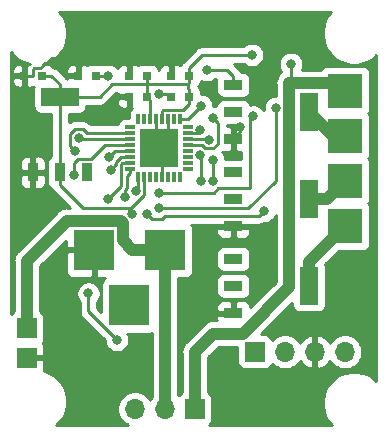
<source format=gbr>
G04 #@! TF.GenerationSoftware,KiCad,Pcbnew,(5.1.5)-3*
G04 #@! TF.CreationDate,2020-08-28T15:18:22-04:00*
G04 #@! TF.ProjectId,BikeLightComputerRev2,42696b65-4c69-4676-9874-436f6d707574,rev?*
G04 #@! TF.SameCoordinates,Original*
G04 #@! TF.FileFunction,Copper,L1,Top*
G04 #@! TF.FilePolarity,Positive*
%FSLAX46Y46*%
G04 Gerber Fmt 4.6, Leading zero omitted, Abs format (unit mm)*
G04 Created by KiCad (PCBNEW (5.1.5)-3) date 2020-08-28 15:18:22*
%MOMM*%
%LPD*%
G04 APERTURE LIST*
%ADD10R,3.250000X3.250000*%
%ADD11R,0.850000X0.300000*%
%ADD12R,0.300000X0.850000*%
%ADD13R,1.600000X3.200000*%
%ADD14R,1.600000X0.950000*%
%ADD15R,0.800000X0.750000*%
%ADD16R,3.200000X1.600000*%
%ADD17R,0.950000X1.600000*%
%ADD18R,1.700000X1.700000*%
%ADD19O,1.700000X1.700000*%
%ADD20R,3.000000X3.000000*%
%ADD21R,3.500000X3.500000*%
%ADD22C,0.800000*%
%ADD23C,1.000000*%
%ADD24C,0.250000*%
%ADD25C,0.254000*%
G04 APERTURE END LIST*
D10*
X156972000Y-72136000D03*
D11*
X159422000Y-70386000D03*
X159422000Y-70886000D03*
X159422000Y-71386000D03*
X159422000Y-71886000D03*
X159422000Y-72386000D03*
X159422000Y-72886000D03*
X159422000Y-73386000D03*
X159422000Y-73886000D03*
D12*
X158722000Y-74586000D03*
X158222000Y-74586000D03*
X157722000Y-74586000D03*
X157222000Y-74586000D03*
X156722000Y-74586000D03*
X156222000Y-74586000D03*
X155722000Y-74586000D03*
X155222000Y-74586000D03*
D11*
X154522000Y-73886000D03*
X154522000Y-73386000D03*
X154522000Y-72886000D03*
X154522000Y-72386000D03*
X154522000Y-71886000D03*
X154522000Y-71386000D03*
X154522000Y-70886000D03*
X154522000Y-70386000D03*
D12*
X155222000Y-69686000D03*
X155722000Y-69686000D03*
X156222000Y-69686000D03*
X156722000Y-69686000D03*
X157222000Y-69686000D03*
X157722000Y-69686000D03*
X158222000Y-69686000D03*
X158722000Y-69686000D03*
D13*
X169672000Y-69088000D03*
D14*
X163272000Y-71388000D03*
X163272000Y-69088000D03*
X163272000Y-66788000D03*
X163272000Y-74154000D03*
X163272000Y-76454000D03*
X163272000Y-78754000D03*
D13*
X169672000Y-76454000D03*
X169672000Y-83820000D03*
D14*
X163272000Y-86120000D03*
X163272000Y-83820000D03*
X163272000Y-81520000D03*
D15*
X154444000Y-67818000D03*
X155944000Y-67818000D03*
X154444000Y-66040000D03*
X155944000Y-66040000D03*
X158000000Y-66040000D03*
X159500000Y-66040000D03*
X159488000Y-67818000D03*
X157988000Y-67818000D03*
X150138000Y-66040000D03*
X151638000Y-66040000D03*
X145566000Y-66040000D03*
X147066000Y-66040000D03*
D16*
X148590000Y-67818000D03*
D17*
X150890000Y-74218000D03*
X148590000Y-74218000D03*
X146290000Y-74218000D03*
D18*
X145796000Y-87376000D03*
X145796000Y-89916000D03*
D19*
X172720000Y-89408000D03*
X170180000Y-89408000D03*
X167640000Y-89408000D03*
D18*
X165100000Y-89408000D03*
D20*
X172720000Y-67310000D03*
X172720000Y-71120000D03*
X172720000Y-74930000D03*
X172720000Y-78740000D03*
D19*
X154940000Y-94234000D03*
X157480000Y-94234000D03*
D18*
X160020000Y-94234000D03*
D21*
X154480000Y-85472000D03*
X151480000Y-80772000D03*
X157480000Y-80772000D03*
D22*
X156972000Y-72136000D03*
X153416000Y-67818000D03*
X156210000Y-64516000D03*
X147537010Y-70694654D03*
X156972000Y-67564000D03*
X163830000Y-70358000D03*
X165608000Y-81534000D03*
X164845992Y-64262000D03*
X153416004Y-88392000D03*
X154717141Y-77693601D03*
X151007660Y-84450340D03*
X150876000Y-74168000D03*
X152654000Y-66040000D03*
X168148000Y-65024000D03*
X152708440Y-72903336D03*
X161036000Y-65532000D03*
X163322000Y-74168000D03*
X152889699Y-74019479D03*
X163311530Y-81544470D03*
X160528000Y-68580000D03*
X161544000Y-74930000D03*
X161226017Y-71447747D03*
X161571571Y-73184832D03*
X160528000Y-74930000D03*
X160447002Y-72755729D03*
X160442581Y-70608696D03*
X154124551Y-76269191D03*
X165872011Y-77470000D03*
X155956000Y-77724000D03*
X155017376Y-75760057D03*
X156972000Y-75946000D03*
X164965690Y-69466991D03*
X161543993Y-69596007D03*
X152654000Y-76454000D03*
X157010001Y-77254001D03*
X166882351Y-68749418D03*
X149814998Y-74422000D03*
X150190626Y-71288054D03*
X149860000Y-72390000D03*
D23*
X171704000Y-71120000D02*
X172720000Y-71120000D01*
X169672000Y-69088000D02*
X171704000Y-71120000D01*
X171196000Y-76454000D02*
X172720000Y-74930000D01*
X169672000Y-76454000D02*
X171196000Y-76454000D01*
X169672000Y-81788000D02*
X172720000Y-78740000D01*
X169672000Y-83820000D02*
X169672000Y-81788000D01*
X157480000Y-83522000D02*
X157480000Y-94234000D01*
X157480000Y-80772000D02*
X157480000Y-83522000D01*
X145796000Y-85526000D02*
X145796000Y-87376000D01*
X153790001Y-78321999D02*
X149169999Y-78321999D01*
X153930001Y-78461999D02*
X153790001Y-78321999D01*
X154730000Y-80772000D02*
X153930001Y-79972001D01*
X157480000Y-80772000D02*
X154730000Y-80772000D01*
X153930001Y-79972001D02*
X153930001Y-78461999D01*
X149169999Y-78321999D02*
X145796000Y-81695998D01*
X145796000Y-81695998D02*
X145796000Y-85526000D01*
D24*
X157722000Y-71386000D02*
X156972000Y-72136000D01*
X157722000Y-69686000D02*
X157722000Y-71386000D01*
X156722000Y-71886000D02*
X156722000Y-69686000D01*
X156972000Y-72136000D02*
X156722000Y-71886000D01*
X157222000Y-72386000D02*
X157222000Y-74586000D01*
X156972000Y-72136000D02*
X157222000Y-72386000D01*
X153416000Y-67818000D02*
X154444000Y-67818000D01*
X156609999Y-64116001D02*
X157334001Y-64116001D01*
X156210000Y-64516000D02*
X156609999Y-64116001D01*
X158000000Y-64782000D02*
X158000000Y-66040000D01*
X157334001Y-64116001D02*
X158000000Y-64782000D01*
X156210000Y-64516000D02*
X154686000Y-64516000D01*
X154444000Y-64758000D02*
X154444000Y-66040000D01*
X154686000Y-64516000D02*
X154444000Y-64758000D01*
X146290000Y-74218000D02*
X146290000Y-71941664D01*
X146290000Y-71941664D02*
X147537010Y-70694654D01*
X163287839Y-71403839D02*
X163287839Y-71916161D01*
X163272000Y-71388000D02*
X163287839Y-71403839D01*
X163576000Y-71084000D02*
X163272000Y-71388000D01*
X151037000Y-64516000D02*
X150138000Y-65415000D01*
X150138000Y-65415000D02*
X150138000Y-66040000D01*
X156210000Y-64516000D02*
X151037000Y-64516000D01*
X146405999Y-65339999D02*
X146304000Y-65441998D01*
X146896255Y-65339999D02*
X146405999Y-65339999D01*
X156210000Y-64516000D02*
X147915639Y-64516000D01*
X147915639Y-64516000D02*
X146896255Y-65339999D01*
X146304000Y-65441998D02*
X146304000Y-66040000D01*
X157734000Y-67564000D02*
X157988000Y-67818000D01*
X156972000Y-67564000D02*
X157734000Y-67564000D01*
X146304000Y-66040000D02*
X145566000Y-66040000D01*
X163830000Y-70830000D02*
X163272000Y-71388000D01*
X163830000Y-70358000D02*
X163830000Y-70830000D01*
X147862000Y-66040000D02*
X147716000Y-66040000D01*
X147716000Y-66040000D02*
X147066000Y-66040000D01*
X148590000Y-66768000D02*
X147862000Y-66040000D01*
X148590000Y-67818000D02*
X148590000Y-66768000D01*
X155944000Y-66665000D02*
X155944000Y-66040000D01*
X155868999Y-66740001D02*
X155944000Y-66665000D01*
X155944000Y-66040000D02*
X155944000Y-67818000D01*
X159500000Y-66665000D02*
X159500000Y-66040000D01*
X159424999Y-66740001D02*
X159500000Y-66665000D01*
X155868999Y-66740001D02*
X159424999Y-66740001D01*
X156222000Y-68096000D02*
X156222000Y-69686000D01*
X155944000Y-67818000D02*
X156222000Y-68096000D01*
X157297001Y-68935999D02*
X157222000Y-69011000D01*
X158995001Y-68935999D02*
X157297001Y-68935999D01*
X159488000Y-68443000D02*
X158995001Y-68935999D01*
X159488000Y-67818000D02*
X159488000Y-68443000D01*
X157222000Y-69011000D02*
X157222000Y-69686000D01*
X148590000Y-67818000D02*
X148590000Y-74218000D01*
X155742377Y-76108058D02*
X155742377Y-75281377D01*
X148590000Y-74218000D02*
X148590000Y-75268000D01*
X148590000Y-75268000D02*
X150538000Y-77216000D01*
X155722000Y-75261000D02*
X155722000Y-74586000D01*
X155742377Y-75281377D02*
X155722000Y-75261000D01*
X154634435Y-77216000D02*
X155742377Y-76108058D01*
X148590000Y-67818000D02*
X151949002Y-67818000D01*
X151949002Y-67818000D02*
X153027001Y-66740001D01*
X153027001Y-66740001D02*
X155868999Y-66740001D01*
X150538000Y-77216000D02*
X154432000Y-77216000D01*
X154432000Y-77216000D02*
X154634435Y-77216000D01*
X159424999Y-67129999D02*
X159488000Y-67193000D01*
X159424999Y-66740001D02*
X159424999Y-67129999D01*
X159488000Y-67193000D02*
X159488000Y-67818000D01*
X164280307Y-64262000D02*
X164845992Y-64262000D01*
X159500000Y-66040000D02*
X159500000Y-65415000D01*
X160653000Y-64262000D02*
X164280307Y-64262000D01*
X159500000Y-65415000D02*
X160653000Y-64262000D01*
X154432000Y-77408460D02*
X154717141Y-77693601D01*
X154432000Y-77216000D02*
X154432000Y-77408460D01*
X153416004Y-88392000D02*
X151007660Y-85983656D01*
X151007660Y-85983656D02*
X151007660Y-84450340D01*
X150890000Y-74218000D02*
X150890000Y-74182000D01*
X150890000Y-74182000D02*
X150876000Y-74168000D01*
X152654000Y-66040000D02*
X151638000Y-66040000D01*
D23*
X167982352Y-66636352D02*
X167982352Y-83944650D01*
X164069003Y-87857999D02*
X161570001Y-87857999D01*
X172046352Y-66636352D02*
X167982352Y-66636352D01*
X172720000Y-67310000D02*
X172046352Y-66636352D01*
X167982352Y-83944650D02*
X164069003Y-87857999D01*
X161570001Y-87857999D02*
X160020000Y-89408000D01*
X160020000Y-89408000D02*
X160020000Y-94234000D01*
D24*
X168148000Y-66470704D02*
X167982352Y-66636352D01*
X168148000Y-65024000D02*
X168148000Y-66470704D01*
X154522000Y-72386000D02*
X153225776Y-72386000D01*
X153225776Y-72386000D02*
X152708440Y-72903336D01*
X162741000Y-65532000D02*
X161601685Y-65532000D01*
X163272000Y-66063000D02*
X162741000Y-65532000D01*
X161601685Y-65532000D02*
X161036000Y-65532000D01*
X163272000Y-66788000D02*
X163272000Y-66063000D01*
X163272000Y-74154000D02*
X163308000Y-74154000D01*
X163308000Y-74154000D02*
X163322000Y-74168000D01*
X153725587Y-72886000D02*
X153321988Y-73289599D01*
X153321988Y-73289599D02*
X153321988Y-73587190D01*
X153289698Y-73619480D02*
X152889699Y-74019479D01*
X154522000Y-72886000D02*
X153725587Y-72886000D01*
X153321988Y-73587190D02*
X153289698Y-73619480D01*
X163272000Y-81520000D02*
X163287060Y-81520000D01*
X163287060Y-81520000D02*
X163311530Y-81544470D01*
X158722000Y-69686000D02*
X159422000Y-69686000D01*
X159422000Y-69686000D02*
X160528000Y-68580000D01*
X161164270Y-71386000D02*
X161226017Y-71447747D01*
X161544000Y-73212403D02*
X161571571Y-73184832D01*
X161544000Y-74930000D02*
X161544000Y-73212403D01*
X159422000Y-71386000D02*
X161164270Y-71386000D01*
X160165277Y-70886000D02*
X160442581Y-70608696D01*
X160528000Y-74930000D02*
X160528000Y-72836727D01*
X160528000Y-72836727D02*
X160447002Y-72755729D01*
X159422000Y-70886000D02*
X160165277Y-70886000D01*
X154271988Y-74536012D02*
X154271988Y-75556069D01*
X154522000Y-74286000D02*
X154271988Y-74536012D01*
X154271988Y-75556069D02*
X154124551Y-75703506D01*
X154124551Y-75703506D02*
X154124551Y-76269191D01*
X154522000Y-73886000D02*
X154522000Y-74286000D01*
X157467005Y-77869999D02*
X157213005Y-78123999D01*
X156355999Y-78123999D02*
X155956000Y-77724000D01*
X165472012Y-77869999D02*
X157467005Y-77869999D01*
X157213005Y-78123999D02*
X156355999Y-78123999D01*
X165872011Y-77470000D02*
X165472012Y-77869999D01*
X155222000Y-74586000D02*
X155222000Y-75555433D01*
X155222000Y-75555433D02*
X155017376Y-75760057D01*
X162001003Y-75546001D02*
X164649989Y-75546001D01*
X164649989Y-75546001D02*
X164649989Y-69782692D01*
X161601004Y-75946000D02*
X162001003Y-75546001D01*
X164649989Y-69782692D02*
X164965690Y-69466991D01*
X156972000Y-75946000D02*
X161601004Y-75946000D01*
X161951018Y-71795748D02*
X161951018Y-70003032D01*
X161943992Y-69996006D02*
X161543993Y-69596007D01*
X159422000Y-71886000D02*
X160591268Y-71886000D01*
X161951018Y-70003032D02*
X161943992Y-69996006D01*
X161574018Y-72172748D02*
X161951018Y-71795748D01*
X160878016Y-72172748D02*
X161574018Y-72172748D01*
X160591268Y-71886000D02*
X160878016Y-72172748D01*
X153771999Y-75336001D02*
X153053999Y-76054001D01*
X153861998Y-73386000D02*
X153771999Y-73475999D01*
X154522000Y-73386000D02*
X153861998Y-73386000D01*
X153771999Y-73475999D02*
X153771999Y-75336001D01*
X153053999Y-76054001D02*
X152654000Y-76454000D01*
X164553999Y-77254001D02*
X166882351Y-74925649D01*
X166882351Y-74925649D02*
X166882351Y-69315103D01*
X166882351Y-69315103D02*
X166882351Y-68749418D01*
X157010001Y-77254001D02*
X164553999Y-77254001D01*
X150154999Y-73092999D02*
X151189001Y-73092999D01*
X149814998Y-74422000D02*
X149814998Y-73433000D01*
X149814998Y-73433000D02*
X150154999Y-73092999D01*
X152396000Y-71886000D02*
X154522000Y-71886000D01*
X151189001Y-73092999D02*
X152396000Y-71886000D01*
X150288572Y-71386000D02*
X150190626Y-71288054D01*
X154522000Y-71386000D02*
X150288572Y-71386000D01*
X150538627Y-70563053D02*
X149842625Y-70563053D01*
X149842625Y-70563053D02*
X149460001Y-70945677D01*
X150861574Y-70886000D02*
X150538627Y-70563053D01*
X149460001Y-70945677D02*
X149460001Y-71990001D01*
X154522000Y-70886000D02*
X150861574Y-70886000D01*
X149460001Y-71990001D02*
X149860000Y-72390000D01*
D25*
G36*
X171422852Y-60745904D02*
G01*
X171132735Y-61180095D01*
X170932899Y-61662542D01*
X170831024Y-62174705D01*
X170831024Y-62696901D01*
X170932899Y-63209064D01*
X171132735Y-63691511D01*
X171422852Y-64125702D01*
X171792101Y-64494951D01*
X172226292Y-64785068D01*
X172708739Y-64984904D01*
X173220902Y-65086779D01*
X173743098Y-65086779D01*
X174255261Y-64984904D01*
X174737708Y-64785068D01*
X175171899Y-64494951D01*
X175362000Y-64304850D01*
X175362001Y-91856954D01*
X175171899Y-91666852D01*
X174737708Y-91376735D01*
X174255261Y-91176899D01*
X173743098Y-91075024D01*
X173220902Y-91075024D01*
X172708739Y-91176899D01*
X172226292Y-91376735D01*
X171792101Y-91666852D01*
X171422852Y-92036101D01*
X171132735Y-92470292D01*
X170932899Y-92952739D01*
X170831024Y-93464902D01*
X170831024Y-93987098D01*
X170932899Y-94499261D01*
X171132735Y-94981708D01*
X171422852Y-95415899D01*
X171612953Y-95606000D01*
X161234896Y-95606000D01*
X161321185Y-95535185D01*
X161400537Y-95438494D01*
X161459502Y-95328180D01*
X161495812Y-95208482D01*
X161508072Y-95084000D01*
X161508072Y-93384000D01*
X161495812Y-93259518D01*
X161459502Y-93139820D01*
X161400537Y-93029506D01*
X161321185Y-92932815D01*
X161224494Y-92853463D01*
X161155000Y-92816317D01*
X161155000Y-89878131D01*
X162040133Y-88992999D01*
X163611928Y-88992999D01*
X163611928Y-90258000D01*
X163624188Y-90382482D01*
X163660498Y-90502180D01*
X163719463Y-90612494D01*
X163798815Y-90709185D01*
X163895506Y-90788537D01*
X164005820Y-90847502D01*
X164125518Y-90883812D01*
X164250000Y-90896072D01*
X165950000Y-90896072D01*
X166074482Y-90883812D01*
X166194180Y-90847502D01*
X166304494Y-90788537D01*
X166401185Y-90709185D01*
X166480537Y-90612494D01*
X166539502Y-90502180D01*
X166561513Y-90429620D01*
X166693368Y-90561475D01*
X166936589Y-90723990D01*
X167206842Y-90835932D01*
X167493740Y-90893000D01*
X167786260Y-90893000D01*
X168073158Y-90835932D01*
X168343411Y-90723990D01*
X168586632Y-90561475D01*
X168793475Y-90354632D01*
X168915195Y-90172466D01*
X168984822Y-90289355D01*
X169179731Y-90505588D01*
X169413080Y-90679641D01*
X169675901Y-90804825D01*
X169823110Y-90849476D01*
X170053000Y-90728155D01*
X170053000Y-89535000D01*
X170033000Y-89535000D01*
X170033000Y-89281000D01*
X170053000Y-89281000D01*
X170053000Y-88087845D01*
X170307000Y-88087845D01*
X170307000Y-89281000D01*
X170327000Y-89281000D01*
X170327000Y-89535000D01*
X170307000Y-89535000D01*
X170307000Y-90728155D01*
X170536890Y-90849476D01*
X170684099Y-90804825D01*
X170946920Y-90679641D01*
X171180269Y-90505588D01*
X171375178Y-90289355D01*
X171444805Y-90172466D01*
X171566525Y-90354632D01*
X171773368Y-90561475D01*
X172016589Y-90723990D01*
X172286842Y-90835932D01*
X172573740Y-90893000D01*
X172866260Y-90893000D01*
X173153158Y-90835932D01*
X173423411Y-90723990D01*
X173666632Y-90561475D01*
X173873475Y-90354632D01*
X174035990Y-90111411D01*
X174147932Y-89841158D01*
X174205000Y-89554260D01*
X174205000Y-89261740D01*
X174147932Y-88974842D01*
X174035990Y-88704589D01*
X173873475Y-88461368D01*
X173666632Y-88254525D01*
X173423411Y-88092010D01*
X173153158Y-87980068D01*
X172866260Y-87923000D01*
X172573740Y-87923000D01*
X172286842Y-87980068D01*
X172016589Y-88092010D01*
X171773368Y-88254525D01*
X171566525Y-88461368D01*
X171444805Y-88643534D01*
X171375178Y-88526645D01*
X171180269Y-88310412D01*
X170946920Y-88136359D01*
X170684099Y-88011175D01*
X170536890Y-87966524D01*
X170307000Y-88087845D01*
X170053000Y-88087845D01*
X169823110Y-87966524D01*
X169675901Y-88011175D01*
X169413080Y-88136359D01*
X169179731Y-88310412D01*
X168984822Y-88526645D01*
X168915195Y-88643534D01*
X168793475Y-88461368D01*
X168586632Y-88254525D01*
X168343411Y-88092010D01*
X168073158Y-87980068D01*
X167786260Y-87923000D01*
X167493740Y-87923000D01*
X167206842Y-87980068D01*
X166936589Y-88092010D01*
X166693368Y-88254525D01*
X166561513Y-88386380D01*
X166539502Y-88313820D01*
X166480537Y-88203506D01*
X166401185Y-88106815D01*
X166304494Y-88027463D01*
X166194180Y-87968498D01*
X166074482Y-87932188D01*
X165950000Y-87919928D01*
X165612205Y-87919928D01*
X168233928Y-85298206D01*
X168233928Y-85420000D01*
X168246188Y-85544482D01*
X168282498Y-85664180D01*
X168341463Y-85774494D01*
X168420815Y-85871185D01*
X168517506Y-85950537D01*
X168627820Y-86009502D01*
X168747518Y-86045812D01*
X168872000Y-86058072D01*
X170472000Y-86058072D01*
X170596482Y-86045812D01*
X170716180Y-86009502D01*
X170826494Y-85950537D01*
X170923185Y-85871185D01*
X171002537Y-85774494D01*
X171061502Y-85664180D01*
X171097812Y-85544482D01*
X171110072Y-85420000D01*
X171110072Y-82220000D01*
X171097812Y-82095518D01*
X171067974Y-81997157D01*
X172187060Y-80878072D01*
X174220000Y-80878072D01*
X174344482Y-80865812D01*
X174464180Y-80829502D01*
X174574494Y-80770537D01*
X174671185Y-80691185D01*
X174750537Y-80594494D01*
X174809502Y-80484180D01*
X174845812Y-80364482D01*
X174858072Y-80240000D01*
X174858072Y-77240000D01*
X174845812Y-77115518D01*
X174809502Y-76995820D01*
X174750537Y-76885506D01*
X174709088Y-76835000D01*
X174750537Y-76784494D01*
X174809502Y-76674180D01*
X174845812Y-76554482D01*
X174858072Y-76430000D01*
X174858072Y-73430000D01*
X174845812Y-73305518D01*
X174809502Y-73185820D01*
X174750537Y-73075506D01*
X174709088Y-73025000D01*
X174750537Y-72974494D01*
X174809502Y-72864180D01*
X174845812Y-72744482D01*
X174858072Y-72620000D01*
X174858072Y-69620000D01*
X174845812Y-69495518D01*
X174809502Y-69375820D01*
X174750537Y-69265506D01*
X174709088Y-69215000D01*
X174750537Y-69164494D01*
X174809502Y-69054180D01*
X174845812Y-68934482D01*
X174858072Y-68810000D01*
X174858072Y-65810000D01*
X174845812Y-65685518D01*
X174809502Y-65565820D01*
X174750537Y-65455506D01*
X174671185Y-65358815D01*
X174574494Y-65279463D01*
X174464180Y-65220498D01*
X174344482Y-65184188D01*
X174220000Y-65171928D01*
X171220000Y-65171928D01*
X171095518Y-65184188D01*
X170975820Y-65220498D01*
X170865506Y-65279463D01*
X170768815Y-65358815D01*
X170689463Y-65455506D01*
X170664957Y-65501352D01*
X169070550Y-65501352D01*
X169143226Y-65325898D01*
X169183000Y-65125939D01*
X169183000Y-64922061D01*
X169143226Y-64722102D01*
X169065205Y-64533744D01*
X168951937Y-64364226D01*
X168807774Y-64220063D01*
X168638256Y-64106795D01*
X168449898Y-64028774D01*
X168249939Y-63989000D01*
X168046061Y-63989000D01*
X167846102Y-64028774D01*
X167657744Y-64106795D01*
X167488226Y-64220063D01*
X167344063Y-64364226D01*
X167230795Y-64533744D01*
X167152774Y-64722102D01*
X167113000Y-64922061D01*
X167113000Y-65125939D01*
X167152774Y-65325898D01*
X167230795Y-65514256D01*
X167344063Y-65683774D01*
X167348525Y-65688236D01*
X167175903Y-65829903D01*
X167034068Y-66002729D01*
X166928676Y-66199905D01*
X166863775Y-66413853D01*
X166841861Y-66636352D01*
X166847352Y-66692104D01*
X166847352Y-67714418D01*
X166780412Y-67714418D01*
X166580453Y-67754192D01*
X166392095Y-67832213D01*
X166222577Y-67945481D01*
X166078414Y-68089644D01*
X165965146Y-68259162D01*
X165887125Y-68447520D01*
X165847351Y-68647479D01*
X165847351Y-68851357D01*
X165867795Y-68954136D01*
X165769627Y-68807217D01*
X165625464Y-68663054D01*
X165455946Y-68549786D01*
X165267588Y-68471765D01*
X165067629Y-68431991D01*
X164863751Y-68431991D01*
X164691083Y-68466336D01*
X164661502Y-68368820D01*
X164602537Y-68258506D01*
X164523185Y-68161815D01*
X164426494Y-68082463D01*
X164316180Y-68023498D01*
X164196482Y-67987188D01*
X164072000Y-67974928D01*
X162472000Y-67974928D01*
X162347518Y-67987188D01*
X162227820Y-68023498D01*
X162117506Y-68082463D01*
X162020815Y-68161815D01*
X161941463Y-68258506D01*
X161882498Y-68368820D01*
X161846188Y-68488518D01*
X161835338Y-68598682D01*
X161645932Y-68561007D01*
X161563000Y-68561007D01*
X161563000Y-68478061D01*
X161523226Y-68278102D01*
X161445205Y-68089744D01*
X161331937Y-67920226D01*
X161187774Y-67776063D01*
X161018256Y-67662795D01*
X160829898Y-67584774D01*
X160629939Y-67545000D01*
X160526072Y-67545000D01*
X160526072Y-67443000D01*
X160513812Y-67318518D01*
X160477502Y-67198820D01*
X160418537Y-67088506D01*
X160339185Y-66991815D01*
X160268644Y-66933924D01*
X160351185Y-66866185D01*
X160430537Y-66769494D01*
X160489502Y-66659180D01*
X160525812Y-66539482D01*
X160535385Y-66442283D01*
X160545744Y-66449205D01*
X160734102Y-66527226D01*
X160934061Y-66567000D01*
X161137939Y-66567000D01*
X161337898Y-66527226D01*
X161526256Y-66449205D01*
X161695774Y-66335937D01*
X161739711Y-66292000D01*
X161835996Y-66292000D01*
X161833928Y-66313000D01*
X161833928Y-67263000D01*
X161846188Y-67387482D01*
X161882498Y-67507180D01*
X161941463Y-67617494D01*
X162020815Y-67714185D01*
X162117506Y-67793537D01*
X162227820Y-67852502D01*
X162347518Y-67888812D01*
X162472000Y-67901072D01*
X164072000Y-67901072D01*
X164196482Y-67888812D01*
X164316180Y-67852502D01*
X164426494Y-67793537D01*
X164523185Y-67714185D01*
X164602537Y-67617494D01*
X164661502Y-67507180D01*
X164697812Y-67387482D01*
X164710072Y-67263000D01*
X164710072Y-66313000D01*
X164697812Y-66188518D01*
X164661502Y-66068820D01*
X164602537Y-65958506D01*
X164523185Y-65861815D01*
X164426494Y-65782463D01*
X164316180Y-65723498D01*
X164196482Y-65687188D01*
X164072000Y-65674928D01*
X163926326Y-65674928D01*
X163906974Y-65638724D01*
X163860977Y-65582676D01*
X163835799Y-65551996D01*
X163835795Y-65551992D01*
X163812001Y-65522999D01*
X163783007Y-65499205D01*
X163305801Y-65022000D01*
X164142281Y-65022000D01*
X164186218Y-65065937D01*
X164355736Y-65179205D01*
X164544094Y-65257226D01*
X164744053Y-65297000D01*
X164947931Y-65297000D01*
X165147890Y-65257226D01*
X165336248Y-65179205D01*
X165505766Y-65065937D01*
X165649929Y-64921774D01*
X165763197Y-64752256D01*
X165841218Y-64563898D01*
X165880992Y-64363939D01*
X165880992Y-64160061D01*
X165841218Y-63960102D01*
X165763197Y-63771744D01*
X165649929Y-63602226D01*
X165505766Y-63458063D01*
X165336248Y-63344795D01*
X165147890Y-63266774D01*
X164947931Y-63227000D01*
X164744053Y-63227000D01*
X164544094Y-63266774D01*
X164355736Y-63344795D01*
X164186218Y-63458063D01*
X164142281Y-63502000D01*
X160690322Y-63502000D01*
X160652999Y-63498324D01*
X160615676Y-63502000D01*
X160615667Y-63502000D01*
X160504014Y-63512997D01*
X160360753Y-63556454D01*
X160228724Y-63627026D01*
X160112999Y-63721999D01*
X160089201Y-63750997D01*
X158988998Y-64851201D01*
X158960000Y-64874999D01*
X158936202Y-64903997D01*
X158936201Y-64903998D01*
X158865026Y-64990724D01*
X158824824Y-65065937D01*
X158805270Y-65102518D01*
X158750000Y-65132061D01*
X158644180Y-65075498D01*
X158524482Y-65039188D01*
X158400000Y-65026928D01*
X158285750Y-65030000D01*
X158127000Y-65188750D01*
X158127000Y-65913000D01*
X158147000Y-65913000D01*
X158147000Y-65980001D01*
X157853000Y-65980001D01*
X157853000Y-65913000D01*
X157873000Y-65913000D01*
X157873000Y-65188750D01*
X157714250Y-65030000D01*
X157600000Y-65026928D01*
X157475518Y-65039188D01*
X157355820Y-65075498D01*
X157245506Y-65134463D01*
X157148815Y-65213815D01*
X157069463Y-65310506D01*
X157010498Y-65420820D01*
X156974188Y-65540518D01*
X156972000Y-65562734D01*
X156969812Y-65540518D01*
X156933502Y-65420820D01*
X156874537Y-65310506D01*
X156795185Y-65213815D01*
X156698494Y-65134463D01*
X156588180Y-65075498D01*
X156468482Y-65039188D01*
X156344000Y-65026928D01*
X155544000Y-65026928D01*
X155419518Y-65039188D01*
X155299820Y-65075498D01*
X155194000Y-65132061D01*
X155088180Y-65075498D01*
X154968482Y-65039188D01*
X154844000Y-65026928D01*
X154729750Y-65030000D01*
X154571000Y-65188750D01*
X154571000Y-65913000D01*
X154591000Y-65913000D01*
X154591000Y-65980001D01*
X154297000Y-65980001D01*
X154297000Y-65913000D01*
X154317000Y-65913000D01*
X154317000Y-65188750D01*
X154158250Y-65030000D01*
X154044000Y-65026928D01*
X153919518Y-65039188D01*
X153799820Y-65075498D01*
X153689506Y-65134463D01*
X153592815Y-65213815D01*
X153513463Y-65310506D01*
X153468081Y-65395408D01*
X153457937Y-65380226D01*
X153313774Y-65236063D01*
X153144256Y-65122795D01*
X152955898Y-65044774D01*
X152755939Y-65005000D01*
X152552061Y-65005000D01*
X152352102Y-65044774D01*
X152279726Y-65074753D01*
X152162482Y-65039188D01*
X152038000Y-65026928D01*
X151238000Y-65026928D01*
X151113518Y-65039188D01*
X150993820Y-65075498D01*
X150888000Y-65132061D01*
X150782180Y-65075498D01*
X150662482Y-65039188D01*
X150538000Y-65026928D01*
X150423750Y-65030000D01*
X150265000Y-65188750D01*
X150265000Y-65913000D01*
X150285000Y-65913000D01*
X150285000Y-66167000D01*
X150265000Y-66167000D01*
X150265000Y-66187000D01*
X150011000Y-66187000D01*
X150011000Y-66167000D01*
X149261750Y-66167000D01*
X149161892Y-66266858D01*
X149153799Y-66256996D01*
X149153795Y-66256992D01*
X149130001Y-66227999D01*
X149101008Y-66204205D01*
X148561802Y-65665000D01*
X149099928Y-65665000D01*
X149103000Y-65754250D01*
X149261750Y-65913000D01*
X150011000Y-65913000D01*
X150011000Y-65188750D01*
X149852250Y-65030000D01*
X149738000Y-65026928D01*
X149613518Y-65039188D01*
X149493820Y-65075498D01*
X149383506Y-65134463D01*
X149286815Y-65213815D01*
X149207463Y-65310506D01*
X149148498Y-65420820D01*
X149112188Y-65540518D01*
X149099928Y-65665000D01*
X148561802Y-65665000D01*
X148425803Y-65529002D01*
X148402001Y-65499999D01*
X148286276Y-65405026D01*
X148154247Y-65334454D01*
X148010986Y-65290997D01*
X147977848Y-65287733D01*
X147917185Y-65213815D01*
X147820494Y-65134463D01*
X147710180Y-65075498D01*
X147590482Y-65039188D01*
X147466000Y-65026928D01*
X147119991Y-65026928D01*
X147331261Y-64984904D01*
X147813708Y-64785068D01*
X148247899Y-64494951D01*
X148617148Y-64125702D01*
X148907265Y-63691511D01*
X149107101Y-63209064D01*
X149208976Y-62696901D01*
X149208976Y-62174705D01*
X149107101Y-61662542D01*
X148907265Y-61180095D01*
X148617148Y-60745904D01*
X148475244Y-60604000D01*
X171564756Y-60604000D01*
X171422852Y-60745904D01*
G37*
X171422852Y-60745904D02*
X171132735Y-61180095D01*
X170932899Y-61662542D01*
X170831024Y-62174705D01*
X170831024Y-62696901D01*
X170932899Y-63209064D01*
X171132735Y-63691511D01*
X171422852Y-64125702D01*
X171792101Y-64494951D01*
X172226292Y-64785068D01*
X172708739Y-64984904D01*
X173220902Y-65086779D01*
X173743098Y-65086779D01*
X174255261Y-64984904D01*
X174737708Y-64785068D01*
X175171899Y-64494951D01*
X175362000Y-64304850D01*
X175362001Y-91856954D01*
X175171899Y-91666852D01*
X174737708Y-91376735D01*
X174255261Y-91176899D01*
X173743098Y-91075024D01*
X173220902Y-91075024D01*
X172708739Y-91176899D01*
X172226292Y-91376735D01*
X171792101Y-91666852D01*
X171422852Y-92036101D01*
X171132735Y-92470292D01*
X170932899Y-92952739D01*
X170831024Y-93464902D01*
X170831024Y-93987098D01*
X170932899Y-94499261D01*
X171132735Y-94981708D01*
X171422852Y-95415899D01*
X171612953Y-95606000D01*
X161234896Y-95606000D01*
X161321185Y-95535185D01*
X161400537Y-95438494D01*
X161459502Y-95328180D01*
X161495812Y-95208482D01*
X161508072Y-95084000D01*
X161508072Y-93384000D01*
X161495812Y-93259518D01*
X161459502Y-93139820D01*
X161400537Y-93029506D01*
X161321185Y-92932815D01*
X161224494Y-92853463D01*
X161155000Y-92816317D01*
X161155000Y-89878131D01*
X162040133Y-88992999D01*
X163611928Y-88992999D01*
X163611928Y-90258000D01*
X163624188Y-90382482D01*
X163660498Y-90502180D01*
X163719463Y-90612494D01*
X163798815Y-90709185D01*
X163895506Y-90788537D01*
X164005820Y-90847502D01*
X164125518Y-90883812D01*
X164250000Y-90896072D01*
X165950000Y-90896072D01*
X166074482Y-90883812D01*
X166194180Y-90847502D01*
X166304494Y-90788537D01*
X166401185Y-90709185D01*
X166480537Y-90612494D01*
X166539502Y-90502180D01*
X166561513Y-90429620D01*
X166693368Y-90561475D01*
X166936589Y-90723990D01*
X167206842Y-90835932D01*
X167493740Y-90893000D01*
X167786260Y-90893000D01*
X168073158Y-90835932D01*
X168343411Y-90723990D01*
X168586632Y-90561475D01*
X168793475Y-90354632D01*
X168915195Y-90172466D01*
X168984822Y-90289355D01*
X169179731Y-90505588D01*
X169413080Y-90679641D01*
X169675901Y-90804825D01*
X169823110Y-90849476D01*
X170053000Y-90728155D01*
X170053000Y-89535000D01*
X170033000Y-89535000D01*
X170033000Y-89281000D01*
X170053000Y-89281000D01*
X170053000Y-88087845D01*
X170307000Y-88087845D01*
X170307000Y-89281000D01*
X170327000Y-89281000D01*
X170327000Y-89535000D01*
X170307000Y-89535000D01*
X170307000Y-90728155D01*
X170536890Y-90849476D01*
X170684099Y-90804825D01*
X170946920Y-90679641D01*
X171180269Y-90505588D01*
X171375178Y-90289355D01*
X171444805Y-90172466D01*
X171566525Y-90354632D01*
X171773368Y-90561475D01*
X172016589Y-90723990D01*
X172286842Y-90835932D01*
X172573740Y-90893000D01*
X172866260Y-90893000D01*
X173153158Y-90835932D01*
X173423411Y-90723990D01*
X173666632Y-90561475D01*
X173873475Y-90354632D01*
X174035990Y-90111411D01*
X174147932Y-89841158D01*
X174205000Y-89554260D01*
X174205000Y-89261740D01*
X174147932Y-88974842D01*
X174035990Y-88704589D01*
X173873475Y-88461368D01*
X173666632Y-88254525D01*
X173423411Y-88092010D01*
X173153158Y-87980068D01*
X172866260Y-87923000D01*
X172573740Y-87923000D01*
X172286842Y-87980068D01*
X172016589Y-88092010D01*
X171773368Y-88254525D01*
X171566525Y-88461368D01*
X171444805Y-88643534D01*
X171375178Y-88526645D01*
X171180269Y-88310412D01*
X170946920Y-88136359D01*
X170684099Y-88011175D01*
X170536890Y-87966524D01*
X170307000Y-88087845D01*
X170053000Y-88087845D01*
X169823110Y-87966524D01*
X169675901Y-88011175D01*
X169413080Y-88136359D01*
X169179731Y-88310412D01*
X168984822Y-88526645D01*
X168915195Y-88643534D01*
X168793475Y-88461368D01*
X168586632Y-88254525D01*
X168343411Y-88092010D01*
X168073158Y-87980068D01*
X167786260Y-87923000D01*
X167493740Y-87923000D01*
X167206842Y-87980068D01*
X166936589Y-88092010D01*
X166693368Y-88254525D01*
X166561513Y-88386380D01*
X166539502Y-88313820D01*
X166480537Y-88203506D01*
X166401185Y-88106815D01*
X166304494Y-88027463D01*
X166194180Y-87968498D01*
X166074482Y-87932188D01*
X165950000Y-87919928D01*
X165612205Y-87919928D01*
X168233928Y-85298206D01*
X168233928Y-85420000D01*
X168246188Y-85544482D01*
X168282498Y-85664180D01*
X168341463Y-85774494D01*
X168420815Y-85871185D01*
X168517506Y-85950537D01*
X168627820Y-86009502D01*
X168747518Y-86045812D01*
X168872000Y-86058072D01*
X170472000Y-86058072D01*
X170596482Y-86045812D01*
X170716180Y-86009502D01*
X170826494Y-85950537D01*
X170923185Y-85871185D01*
X171002537Y-85774494D01*
X171061502Y-85664180D01*
X171097812Y-85544482D01*
X171110072Y-85420000D01*
X171110072Y-82220000D01*
X171097812Y-82095518D01*
X171067974Y-81997157D01*
X172187060Y-80878072D01*
X174220000Y-80878072D01*
X174344482Y-80865812D01*
X174464180Y-80829502D01*
X174574494Y-80770537D01*
X174671185Y-80691185D01*
X174750537Y-80594494D01*
X174809502Y-80484180D01*
X174845812Y-80364482D01*
X174858072Y-80240000D01*
X174858072Y-77240000D01*
X174845812Y-77115518D01*
X174809502Y-76995820D01*
X174750537Y-76885506D01*
X174709088Y-76835000D01*
X174750537Y-76784494D01*
X174809502Y-76674180D01*
X174845812Y-76554482D01*
X174858072Y-76430000D01*
X174858072Y-73430000D01*
X174845812Y-73305518D01*
X174809502Y-73185820D01*
X174750537Y-73075506D01*
X174709088Y-73025000D01*
X174750537Y-72974494D01*
X174809502Y-72864180D01*
X174845812Y-72744482D01*
X174858072Y-72620000D01*
X174858072Y-69620000D01*
X174845812Y-69495518D01*
X174809502Y-69375820D01*
X174750537Y-69265506D01*
X174709088Y-69215000D01*
X174750537Y-69164494D01*
X174809502Y-69054180D01*
X174845812Y-68934482D01*
X174858072Y-68810000D01*
X174858072Y-65810000D01*
X174845812Y-65685518D01*
X174809502Y-65565820D01*
X174750537Y-65455506D01*
X174671185Y-65358815D01*
X174574494Y-65279463D01*
X174464180Y-65220498D01*
X174344482Y-65184188D01*
X174220000Y-65171928D01*
X171220000Y-65171928D01*
X171095518Y-65184188D01*
X170975820Y-65220498D01*
X170865506Y-65279463D01*
X170768815Y-65358815D01*
X170689463Y-65455506D01*
X170664957Y-65501352D01*
X169070550Y-65501352D01*
X169143226Y-65325898D01*
X169183000Y-65125939D01*
X169183000Y-64922061D01*
X169143226Y-64722102D01*
X169065205Y-64533744D01*
X168951937Y-64364226D01*
X168807774Y-64220063D01*
X168638256Y-64106795D01*
X168449898Y-64028774D01*
X168249939Y-63989000D01*
X168046061Y-63989000D01*
X167846102Y-64028774D01*
X167657744Y-64106795D01*
X167488226Y-64220063D01*
X167344063Y-64364226D01*
X167230795Y-64533744D01*
X167152774Y-64722102D01*
X167113000Y-64922061D01*
X167113000Y-65125939D01*
X167152774Y-65325898D01*
X167230795Y-65514256D01*
X167344063Y-65683774D01*
X167348525Y-65688236D01*
X167175903Y-65829903D01*
X167034068Y-66002729D01*
X166928676Y-66199905D01*
X166863775Y-66413853D01*
X166841861Y-66636352D01*
X166847352Y-66692104D01*
X166847352Y-67714418D01*
X166780412Y-67714418D01*
X166580453Y-67754192D01*
X166392095Y-67832213D01*
X166222577Y-67945481D01*
X166078414Y-68089644D01*
X165965146Y-68259162D01*
X165887125Y-68447520D01*
X165847351Y-68647479D01*
X165847351Y-68851357D01*
X165867795Y-68954136D01*
X165769627Y-68807217D01*
X165625464Y-68663054D01*
X165455946Y-68549786D01*
X165267588Y-68471765D01*
X165067629Y-68431991D01*
X164863751Y-68431991D01*
X164691083Y-68466336D01*
X164661502Y-68368820D01*
X164602537Y-68258506D01*
X164523185Y-68161815D01*
X164426494Y-68082463D01*
X164316180Y-68023498D01*
X164196482Y-67987188D01*
X164072000Y-67974928D01*
X162472000Y-67974928D01*
X162347518Y-67987188D01*
X162227820Y-68023498D01*
X162117506Y-68082463D01*
X162020815Y-68161815D01*
X161941463Y-68258506D01*
X161882498Y-68368820D01*
X161846188Y-68488518D01*
X161835338Y-68598682D01*
X161645932Y-68561007D01*
X161563000Y-68561007D01*
X161563000Y-68478061D01*
X161523226Y-68278102D01*
X161445205Y-68089744D01*
X161331937Y-67920226D01*
X161187774Y-67776063D01*
X161018256Y-67662795D01*
X160829898Y-67584774D01*
X160629939Y-67545000D01*
X160526072Y-67545000D01*
X160526072Y-67443000D01*
X160513812Y-67318518D01*
X160477502Y-67198820D01*
X160418537Y-67088506D01*
X160339185Y-66991815D01*
X160268644Y-66933924D01*
X160351185Y-66866185D01*
X160430537Y-66769494D01*
X160489502Y-66659180D01*
X160525812Y-66539482D01*
X160535385Y-66442283D01*
X160545744Y-66449205D01*
X160734102Y-66527226D01*
X160934061Y-66567000D01*
X161137939Y-66567000D01*
X161337898Y-66527226D01*
X161526256Y-66449205D01*
X161695774Y-66335937D01*
X161739711Y-66292000D01*
X161835996Y-66292000D01*
X161833928Y-66313000D01*
X161833928Y-67263000D01*
X161846188Y-67387482D01*
X161882498Y-67507180D01*
X161941463Y-67617494D01*
X162020815Y-67714185D01*
X162117506Y-67793537D01*
X162227820Y-67852502D01*
X162347518Y-67888812D01*
X162472000Y-67901072D01*
X164072000Y-67901072D01*
X164196482Y-67888812D01*
X164316180Y-67852502D01*
X164426494Y-67793537D01*
X164523185Y-67714185D01*
X164602537Y-67617494D01*
X164661502Y-67507180D01*
X164697812Y-67387482D01*
X164710072Y-67263000D01*
X164710072Y-66313000D01*
X164697812Y-66188518D01*
X164661502Y-66068820D01*
X164602537Y-65958506D01*
X164523185Y-65861815D01*
X164426494Y-65782463D01*
X164316180Y-65723498D01*
X164196482Y-65687188D01*
X164072000Y-65674928D01*
X163926326Y-65674928D01*
X163906974Y-65638724D01*
X163860977Y-65582676D01*
X163835799Y-65551996D01*
X163835795Y-65551992D01*
X163812001Y-65522999D01*
X163783007Y-65499205D01*
X163305801Y-65022000D01*
X164142281Y-65022000D01*
X164186218Y-65065937D01*
X164355736Y-65179205D01*
X164544094Y-65257226D01*
X164744053Y-65297000D01*
X164947931Y-65297000D01*
X165147890Y-65257226D01*
X165336248Y-65179205D01*
X165505766Y-65065937D01*
X165649929Y-64921774D01*
X165763197Y-64752256D01*
X165841218Y-64563898D01*
X165880992Y-64363939D01*
X165880992Y-64160061D01*
X165841218Y-63960102D01*
X165763197Y-63771744D01*
X165649929Y-63602226D01*
X165505766Y-63458063D01*
X165336248Y-63344795D01*
X165147890Y-63266774D01*
X164947931Y-63227000D01*
X164744053Y-63227000D01*
X164544094Y-63266774D01*
X164355736Y-63344795D01*
X164186218Y-63458063D01*
X164142281Y-63502000D01*
X160690322Y-63502000D01*
X160652999Y-63498324D01*
X160615676Y-63502000D01*
X160615667Y-63502000D01*
X160504014Y-63512997D01*
X160360753Y-63556454D01*
X160228724Y-63627026D01*
X160112999Y-63721999D01*
X160089201Y-63750997D01*
X158988998Y-64851201D01*
X158960000Y-64874999D01*
X158936202Y-64903997D01*
X158936201Y-64903998D01*
X158865026Y-64990724D01*
X158824824Y-65065937D01*
X158805270Y-65102518D01*
X158750000Y-65132061D01*
X158644180Y-65075498D01*
X158524482Y-65039188D01*
X158400000Y-65026928D01*
X158285750Y-65030000D01*
X158127000Y-65188750D01*
X158127000Y-65913000D01*
X158147000Y-65913000D01*
X158147000Y-65980001D01*
X157853000Y-65980001D01*
X157853000Y-65913000D01*
X157873000Y-65913000D01*
X157873000Y-65188750D01*
X157714250Y-65030000D01*
X157600000Y-65026928D01*
X157475518Y-65039188D01*
X157355820Y-65075498D01*
X157245506Y-65134463D01*
X157148815Y-65213815D01*
X157069463Y-65310506D01*
X157010498Y-65420820D01*
X156974188Y-65540518D01*
X156972000Y-65562734D01*
X156969812Y-65540518D01*
X156933502Y-65420820D01*
X156874537Y-65310506D01*
X156795185Y-65213815D01*
X156698494Y-65134463D01*
X156588180Y-65075498D01*
X156468482Y-65039188D01*
X156344000Y-65026928D01*
X155544000Y-65026928D01*
X155419518Y-65039188D01*
X155299820Y-65075498D01*
X155194000Y-65132061D01*
X155088180Y-65075498D01*
X154968482Y-65039188D01*
X154844000Y-65026928D01*
X154729750Y-65030000D01*
X154571000Y-65188750D01*
X154571000Y-65913000D01*
X154591000Y-65913000D01*
X154591000Y-65980001D01*
X154297000Y-65980001D01*
X154297000Y-65913000D01*
X154317000Y-65913000D01*
X154317000Y-65188750D01*
X154158250Y-65030000D01*
X154044000Y-65026928D01*
X153919518Y-65039188D01*
X153799820Y-65075498D01*
X153689506Y-65134463D01*
X153592815Y-65213815D01*
X153513463Y-65310506D01*
X153468081Y-65395408D01*
X153457937Y-65380226D01*
X153313774Y-65236063D01*
X153144256Y-65122795D01*
X152955898Y-65044774D01*
X152755939Y-65005000D01*
X152552061Y-65005000D01*
X152352102Y-65044774D01*
X152279726Y-65074753D01*
X152162482Y-65039188D01*
X152038000Y-65026928D01*
X151238000Y-65026928D01*
X151113518Y-65039188D01*
X150993820Y-65075498D01*
X150888000Y-65132061D01*
X150782180Y-65075498D01*
X150662482Y-65039188D01*
X150538000Y-65026928D01*
X150423750Y-65030000D01*
X150265000Y-65188750D01*
X150265000Y-65913000D01*
X150285000Y-65913000D01*
X150285000Y-66167000D01*
X150265000Y-66167000D01*
X150265000Y-66187000D01*
X150011000Y-66187000D01*
X150011000Y-66167000D01*
X149261750Y-66167000D01*
X149161892Y-66266858D01*
X149153799Y-66256996D01*
X149153795Y-66256992D01*
X149130001Y-66227999D01*
X149101008Y-66204205D01*
X148561802Y-65665000D01*
X149099928Y-65665000D01*
X149103000Y-65754250D01*
X149261750Y-65913000D01*
X150011000Y-65913000D01*
X150011000Y-65188750D01*
X149852250Y-65030000D01*
X149738000Y-65026928D01*
X149613518Y-65039188D01*
X149493820Y-65075498D01*
X149383506Y-65134463D01*
X149286815Y-65213815D01*
X149207463Y-65310506D01*
X149148498Y-65420820D01*
X149112188Y-65540518D01*
X149099928Y-65665000D01*
X148561802Y-65665000D01*
X148425803Y-65529002D01*
X148402001Y-65499999D01*
X148286276Y-65405026D01*
X148154247Y-65334454D01*
X148010986Y-65290997D01*
X147977848Y-65287733D01*
X147917185Y-65213815D01*
X147820494Y-65134463D01*
X147710180Y-65075498D01*
X147590482Y-65039188D01*
X147466000Y-65026928D01*
X147119991Y-65026928D01*
X147331261Y-64984904D01*
X147813708Y-64785068D01*
X148247899Y-64494951D01*
X148617148Y-64125702D01*
X148907265Y-63691511D01*
X149107101Y-63209064D01*
X149208976Y-62696901D01*
X149208976Y-62174705D01*
X149107101Y-61662542D01*
X148907265Y-61180095D01*
X148617148Y-60745904D01*
X148475244Y-60604000D01*
X171564756Y-60604000D01*
X171422852Y-60745904D01*
G36*
X149095000Y-80486250D02*
G01*
X149253750Y-80645000D01*
X151353000Y-80645000D01*
X151353000Y-80625000D01*
X151607000Y-80625000D01*
X151607000Y-80645000D01*
X151627000Y-80645000D01*
X151627000Y-80899000D01*
X151607000Y-80899000D01*
X151607000Y-82998250D01*
X151765750Y-83157000D01*
X152437345Y-83158409D01*
X152375506Y-83191463D01*
X152278815Y-83270815D01*
X152199463Y-83367506D01*
X152140498Y-83477820D01*
X152104188Y-83597518D01*
X152091928Y-83722000D01*
X152091928Y-85993123D01*
X151767660Y-85668855D01*
X151767660Y-85154051D01*
X151811597Y-85110114D01*
X151924865Y-84940596D01*
X152002886Y-84752238D01*
X152042660Y-84552279D01*
X152042660Y-84348401D01*
X152002886Y-84148442D01*
X151924865Y-83960084D01*
X151811597Y-83790566D01*
X151667434Y-83646403D01*
X151497916Y-83533135D01*
X151309558Y-83455114D01*
X151109599Y-83415340D01*
X150905721Y-83415340D01*
X150705762Y-83455114D01*
X150517404Y-83533135D01*
X150347886Y-83646403D01*
X150203723Y-83790566D01*
X150090455Y-83960084D01*
X150012434Y-84148442D01*
X149972660Y-84348401D01*
X149972660Y-84552279D01*
X150012434Y-84752238D01*
X150090455Y-84940596D01*
X150203723Y-85110114D01*
X150247661Y-85154052D01*
X150247660Y-85946333D01*
X150243984Y-85983656D01*
X150247660Y-86020978D01*
X150247660Y-86020988D01*
X150258657Y-86132641D01*
X150293347Y-86247000D01*
X150302114Y-86275902D01*
X150372686Y-86407932D01*
X150412531Y-86456482D01*
X150467659Y-86523657D01*
X150496663Y-86547460D01*
X152381004Y-88431802D01*
X152381004Y-88493939D01*
X152420778Y-88693898D01*
X152498799Y-88882256D01*
X152612067Y-89051774D01*
X152756230Y-89195937D01*
X152925748Y-89309205D01*
X153114106Y-89387226D01*
X153314065Y-89427000D01*
X153517943Y-89427000D01*
X153717902Y-89387226D01*
X153906260Y-89309205D01*
X154075778Y-89195937D01*
X154219941Y-89051774D01*
X154333209Y-88882256D01*
X154411230Y-88693898D01*
X154451004Y-88493939D01*
X154451004Y-88290061D01*
X154411230Y-88090102D01*
X154333209Y-87901744D01*
X154305365Y-87860072D01*
X156230000Y-87860072D01*
X156345000Y-87848746D01*
X156345001Y-93268892D01*
X156326525Y-93287368D01*
X156210000Y-93461760D01*
X156093475Y-93287368D01*
X155886632Y-93080525D01*
X155643411Y-92918010D01*
X155373158Y-92806068D01*
X155086260Y-92749000D01*
X154793740Y-92749000D01*
X154506842Y-92806068D01*
X154236589Y-92918010D01*
X153993368Y-93080525D01*
X153786525Y-93287368D01*
X153624010Y-93530589D01*
X153512068Y-93800842D01*
X153455000Y-94087740D01*
X153455000Y-94380260D01*
X153512068Y-94667158D01*
X153624010Y-94937411D01*
X153786525Y-95180632D01*
X153993368Y-95387475D01*
X154236589Y-95549990D01*
X154371810Y-95606000D01*
X148299170Y-95606000D01*
X148617148Y-95288022D01*
X148907265Y-94853831D01*
X149107101Y-94371384D01*
X149208976Y-93859221D01*
X149208976Y-93337025D01*
X149107101Y-92824862D01*
X148907265Y-92342415D01*
X148617148Y-91908224D01*
X148247899Y-91538975D01*
X147813708Y-91248858D01*
X147331261Y-91049022D01*
X147225938Y-91028072D01*
X147235502Y-91010180D01*
X147271812Y-90890482D01*
X147284072Y-90766000D01*
X147281000Y-90201750D01*
X147122250Y-90043000D01*
X145923000Y-90043000D01*
X145923000Y-90063000D01*
X145669000Y-90063000D01*
X145669000Y-90043000D01*
X145649000Y-90043000D01*
X145649000Y-89789000D01*
X145669000Y-89789000D01*
X145669000Y-89769000D01*
X145923000Y-89769000D01*
X145923000Y-89789000D01*
X147122250Y-89789000D01*
X147281000Y-89630250D01*
X147284072Y-89066000D01*
X147271812Y-88941518D01*
X147235502Y-88821820D01*
X147176537Y-88711506D01*
X147122778Y-88646000D01*
X147176537Y-88580494D01*
X147235502Y-88470180D01*
X147271812Y-88350482D01*
X147284072Y-88226000D01*
X147284072Y-86526000D01*
X147271812Y-86401518D01*
X147235502Y-86281820D01*
X147176537Y-86171506D01*
X147097185Y-86074815D01*
X147000494Y-85995463D01*
X146931000Y-85958317D01*
X146931000Y-82522000D01*
X149091928Y-82522000D01*
X149104188Y-82646482D01*
X149140498Y-82766180D01*
X149199463Y-82876494D01*
X149278815Y-82973185D01*
X149375506Y-83052537D01*
X149485820Y-83111502D01*
X149605518Y-83147812D01*
X149730000Y-83160072D01*
X151194250Y-83157000D01*
X151353000Y-82998250D01*
X151353000Y-80899000D01*
X149253750Y-80899000D01*
X149095000Y-81057750D01*
X149091928Y-82522000D01*
X146931000Y-82522000D01*
X146931000Y-82166129D01*
X149093986Y-80003143D01*
X149095000Y-80486250D01*
G37*
X149095000Y-80486250D02*
X149253750Y-80645000D01*
X151353000Y-80645000D01*
X151353000Y-80625000D01*
X151607000Y-80625000D01*
X151607000Y-80645000D01*
X151627000Y-80645000D01*
X151627000Y-80899000D01*
X151607000Y-80899000D01*
X151607000Y-82998250D01*
X151765750Y-83157000D01*
X152437345Y-83158409D01*
X152375506Y-83191463D01*
X152278815Y-83270815D01*
X152199463Y-83367506D01*
X152140498Y-83477820D01*
X152104188Y-83597518D01*
X152091928Y-83722000D01*
X152091928Y-85993123D01*
X151767660Y-85668855D01*
X151767660Y-85154051D01*
X151811597Y-85110114D01*
X151924865Y-84940596D01*
X152002886Y-84752238D01*
X152042660Y-84552279D01*
X152042660Y-84348401D01*
X152002886Y-84148442D01*
X151924865Y-83960084D01*
X151811597Y-83790566D01*
X151667434Y-83646403D01*
X151497916Y-83533135D01*
X151309558Y-83455114D01*
X151109599Y-83415340D01*
X150905721Y-83415340D01*
X150705762Y-83455114D01*
X150517404Y-83533135D01*
X150347886Y-83646403D01*
X150203723Y-83790566D01*
X150090455Y-83960084D01*
X150012434Y-84148442D01*
X149972660Y-84348401D01*
X149972660Y-84552279D01*
X150012434Y-84752238D01*
X150090455Y-84940596D01*
X150203723Y-85110114D01*
X150247661Y-85154052D01*
X150247660Y-85946333D01*
X150243984Y-85983656D01*
X150247660Y-86020978D01*
X150247660Y-86020988D01*
X150258657Y-86132641D01*
X150293347Y-86247000D01*
X150302114Y-86275902D01*
X150372686Y-86407932D01*
X150412531Y-86456482D01*
X150467659Y-86523657D01*
X150496663Y-86547460D01*
X152381004Y-88431802D01*
X152381004Y-88493939D01*
X152420778Y-88693898D01*
X152498799Y-88882256D01*
X152612067Y-89051774D01*
X152756230Y-89195937D01*
X152925748Y-89309205D01*
X153114106Y-89387226D01*
X153314065Y-89427000D01*
X153517943Y-89427000D01*
X153717902Y-89387226D01*
X153906260Y-89309205D01*
X154075778Y-89195937D01*
X154219941Y-89051774D01*
X154333209Y-88882256D01*
X154411230Y-88693898D01*
X154451004Y-88493939D01*
X154451004Y-88290061D01*
X154411230Y-88090102D01*
X154333209Y-87901744D01*
X154305365Y-87860072D01*
X156230000Y-87860072D01*
X156345000Y-87848746D01*
X156345001Y-93268892D01*
X156326525Y-93287368D01*
X156210000Y-93461760D01*
X156093475Y-93287368D01*
X155886632Y-93080525D01*
X155643411Y-92918010D01*
X155373158Y-92806068D01*
X155086260Y-92749000D01*
X154793740Y-92749000D01*
X154506842Y-92806068D01*
X154236589Y-92918010D01*
X153993368Y-93080525D01*
X153786525Y-93287368D01*
X153624010Y-93530589D01*
X153512068Y-93800842D01*
X153455000Y-94087740D01*
X153455000Y-94380260D01*
X153512068Y-94667158D01*
X153624010Y-94937411D01*
X153786525Y-95180632D01*
X153993368Y-95387475D01*
X154236589Y-95549990D01*
X154371810Y-95606000D01*
X148299170Y-95606000D01*
X148617148Y-95288022D01*
X148907265Y-94853831D01*
X149107101Y-94371384D01*
X149208976Y-93859221D01*
X149208976Y-93337025D01*
X149107101Y-92824862D01*
X148907265Y-92342415D01*
X148617148Y-91908224D01*
X148247899Y-91538975D01*
X147813708Y-91248858D01*
X147331261Y-91049022D01*
X147225938Y-91028072D01*
X147235502Y-91010180D01*
X147271812Y-90890482D01*
X147284072Y-90766000D01*
X147281000Y-90201750D01*
X147122250Y-90043000D01*
X145923000Y-90043000D01*
X145923000Y-90063000D01*
X145669000Y-90063000D01*
X145669000Y-90043000D01*
X145649000Y-90043000D01*
X145649000Y-89789000D01*
X145669000Y-89789000D01*
X145669000Y-89769000D01*
X145923000Y-89769000D01*
X145923000Y-89789000D01*
X147122250Y-89789000D01*
X147281000Y-89630250D01*
X147284072Y-89066000D01*
X147271812Y-88941518D01*
X147235502Y-88821820D01*
X147176537Y-88711506D01*
X147122778Y-88646000D01*
X147176537Y-88580494D01*
X147235502Y-88470180D01*
X147271812Y-88350482D01*
X147284072Y-88226000D01*
X147284072Y-86526000D01*
X147271812Y-86401518D01*
X147235502Y-86281820D01*
X147176537Y-86171506D01*
X147097185Y-86074815D01*
X147000494Y-85995463D01*
X146931000Y-85958317D01*
X146931000Y-82522000D01*
X149091928Y-82522000D01*
X149104188Y-82646482D01*
X149140498Y-82766180D01*
X149199463Y-82876494D01*
X149278815Y-82973185D01*
X149375506Y-83052537D01*
X149485820Y-83111502D01*
X149605518Y-83147812D01*
X149730000Y-83160072D01*
X151194250Y-83157000D01*
X151353000Y-82998250D01*
X151353000Y-80899000D01*
X149253750Y-80899000D01*
X149095000Y-81057750D01*
X149091928Y-82522000D01*
X146931000Y-82522000D01*
X146931000Y-82166129D01*
X149093986Y-80003143D01*
X149095000Y-80486250D01*
G36*
X166847353Y-83474517D02*
G01*
X164707095Y-85614775D01*
X164697812Y-85520518D01*
X164661502Y-85400820D01*
X164602537Y-85290506D01*
X164523185Y-85193815D01*
X164426494Y-85114463D01*
X164316180Y-85055498D01*
X164196482Y-85019188D01*
X164072000Y-85006928D01*
X163557750Y-85010000D01*
X163399000Y-85168750D01*
X163399000Y-85993000D01*
X163419000Y-85993000D01*
X163419000Y-86247000D01*
X163399000Y-86247000D01*
X163399000Y-86267000D01*
X163145000Y-86267000D01*
X163145000Y-86247000D01*
X161995750Y-86247000D01*
X161837000Y-86405750D01*
X161833928Y-86595000D01*
X161846188Y-86719482D01*
X161847255Y-86722999D01*
X161625742Y-86722999D01*
X161570000Y-86717509D01*
X161514258Y-86722999D01*
X161514249Y-86722999D01*
X161347502Y-86739422D01*
X161133554Y-86804323D01*
X160936378Y-86909715D01*
X160763552Y-87051550D01*
X160728012Y-87094856D01*
X159256865Y-88566004D01*
X159213551Y-88601551D01*
X159071716Y-88774377D01*
X158974745Y-88955799D01*
X158966324Y-88971554D01*
X158901423Y-89185502D01*
X158879509Y-89408000D01*
X158885000Y-89463752D01*
X158885001Y-92816317D01*
X158815506Y-92853463D01*
X158718815Y-92932815D01*
X158639463Y-93029506D01*
X158615000Y-93075272D01*
X158615000Y-85645000D01*
X161833928Y-85645000D01*
X161837000Y-85834250D01*
X161995750Y-85993000D01*
X163145000Y-85993000D01*
X163145000Y-85168750D01*
X162986250Y-85010000D01*
X162472000Y-85006928D01*
X162347518Y-85019188D01*
X162227820Y-85055498D01*
X162117506Y-85114463D01*
X162020815Y-85193815D01*
X161941463Y-85290506D01*
X161882498Y-85400820D01*
X161846188Y-85520518D01*
X161833928Y-85645000D01*
X158615000Y-85645000D01*
X158615000Y-83345000D01*
X161833928Y-83345000D01*
X161833928Y-84295000D01*
X161846188Y-84419482D01*
X161882498Y-84539180D01*
X161941463Y-84649494D01*
X162020815Y-84746185D01*
X162117506Y-84825537D01*
X162227820Y-84884502D01*
X162347518Y-84920812D01*
X162472000Y-84933072D01*
X164072000Y-84933072D01*
X164196482Y-84920812D01*
X164316180Y-84884502D01*
X164426494Y-84825537D01*
X164523185Y-84746185D01*
X164602537Y-84649494D01*
X164661502Y-84539180D01*
X164697812Y-84419482D01*
X164710072Y-84295000D01*
X164710072Y-83345000D01*
X164697812Y-83220518D01*
X164661502Y-83100820D01*
X164602537Y-82990506D01*
X164523185Y-82893815D01*
X164426494Y-82814463D01*
X164316180Y-82755498D01*
X164196482Y-82719188D01*
X164072000Y-82706928D01*
X162472000Y-82706928D01*
X162347518Y-82719188D01*
X162227820Y-82755498D01*
X162117506Y-82814463D01*
X162020815Y-82893815D01*
X161941463Y-82990506D01*
X161882498Y-83100820D01*
X161846188Y-83220518D01*
X161833928Y-83345000D01*
X158615000Y-83345000D01*
X158615000Y-83160072D01*
X159230000Y-83160072D01*
X159354482Y-83147812D01*
X159474180Y-83111502D01*
X159584494Y-83052537D01*
X159681185Y-82973185D01*
X159760537Y-82876494D01*
X159819502Y-82766180D01*
X159855812Y-82646482D01*
X159868072Y-82522000D01*
X159868072Y-81045000D01*
X161833928Y-81045000D01*
X161833928Y-81995000D01*
X161846188Y-82119482D01*
X161882498Y-82239180D01*
X161941463Y-82349494D01*
X162020815Y-82446185D01*
X162117506Y-82525537D01*
X162227820Y-82584502D01*
X162347518Y-82620812D01*
X162472000Y-82633072D01*
X164072000Y-82633072D01*
X164196482Y-82620812D01*
X164316180Y-82584502D01*
X164426494Y-82525537D01*
X164523185Y-82446185D01*
X164602537Y-82349494D01*
X164661502Y-82239180D01*
X164697812Y-82119482D01*
X164710072Y-81995000D01*
X164710072Y-81045000D01*
X164697812Y-80920518D01*
X164661502Y-80800820D01*
X164602537Y-80690506D01*
X164523185Y-80593815D01*
X164426494Y-80514463D01*
X164316180Y-80455498D01*
X164196482Y-80419188D01*
X164072000Y-80406928D01*
X162472000Y-80406928D01*
X162347518Y-80419188D01*
X162227820Y-80455498D01*
X162117506Y-80514463D01*
X162020815Y-80593815D01*
X161941463Y-80690506D01*
X161882498Y-80800820D01*
X161846188Y-80920518D01*
X161833928Y-81045000D01*
X159868072Y-81045000D01*
X159868072Y-79229000D01*
X161833928Y-79229000D01*
X161846188Y-79353482D01*
X161882498Y-79473180D01*
X161941463Y-79583494D01*
X162020815Y-79680185D01*
X162117506Y-79759537D01*
X162227820Y-79818502D01*
X162347518Y-79854812D01*
X162472000Y-79867072D01*
X162986250Y-79864000D01*
X163145000Y-79705250D01*
X163145000Y-78881000D01*
X163399000Y-78881000D01*
X163399000Y-79705250D01*
X163557750Y-79864000D01*
X164072000Y-79867072D01*
X164196482Y-79854812D01*
X164316180Y-79818502D01*
X164426494Y-79759537D01*
X164523185Y-79680185D01*
X164602537Y-79583494D01*
X164661502Y-79473180D01*
X164697812Y-79353482D01*
X164710072Y-79229000D01*
X164707000Y-79039750D01*
X164548250Y-78881000D01*
X163399000Y-78881000D01*
X163145000Y-78881000D01*
X161995750Y-78881000D01*
X161837000Y-79039750D01*
X161833928Y-79229000D01*
X159868072Y-79229000D01*
X159868072Y-79022000D01*
X159855812Y-78897518D01*
X159819502Y-78777820D01*
X159760537Y-78667506D01*
X159729756Y-78629999D01*
X165434690Y-78629999D01*
X165472012Y-78633675D01*
X165509334Y-78629999D01*
X165509345Y-78629999D01*
X165620998Y-78619002D01*
X165764259Y-78575545D01*
X165896237Y-78505000D01*
X165973950Y-78505000D01*
X166173909Y-78465226D01*
X166362267Y-78387205D01*
X166531785Y-78273937D01*
X166675948Y-78129774D01*
X166789216Y-77960256D01*
X166847353Y-77819903D01*
X166847353Y-83474517D01*
G37*
X166847353Y-83474517D02*
X164707095Y-85614775D01*
X164697812Y-85520518D01*
X164661502Y-85400820D01*
X164602537Y-85290506D01*
X164523185Y-85193815D01*
X164426494Y-85114463D01*
X164316180Y-85055498D01*
X164196482Y-85019188D01*
X164072000Y-85006928D01*
X163557750Y-85010000D01*
X163399000Y-85168750D01*
X163399000Y-85993000D01*
X163419000Y-85993000D01*
X163419000Y-86247000D01*
X163399000Y-86247000D01*
X163399000Y-86267000D01*
X163145000Y-86267000D01*
X163145000Y-86247000D01*
X161995750Y-86247000D01*
X161837000Y-86405750D01*
X161833928Y-86595000D01*
X161846188Y-86719482D01*
X161847255Y-86722999D01*
X161625742Y-86722999D01*
X161570000Y-86717509D01*
X161514258Y-86722999D01*
X161514249Y-86722999D01*
X161347502Y-86739422D01*
X161133554Y-86804323D01*
X160936378Y-86909715D01*
X160763552Y-87051550D01*
X160728012Y-87094856D01*
X159256865Y-88566004D01*
X159213551Y-88601551D01*
X159071716Y-88774377D01*
X158974745Y-88955799D01*
X158966324Y-88971554D01*
X158901423Y-89185502D01*
X158879509Y-89408000D01*
X158885000Y-89463752D01*
X158885001Y-92816317D01*
X158815506Y-92853463D01*
X158718815Y-92932815D01*
X158639463Y-93029506D01*
X158615000Y-93075272D01*
X158615000Y-85645000D01*
X161833928Y-85645000D01*
X161837000Y-85834250D01*
X161995750Y-85993000D01*
X163145000Y-85993000D01*
X163145000Y-85168750D01*
X162986250Y-85010000D01*
X162472000Y-85006928D01*
X162347518Y-85019188D01*
X162227820Y-85055498D01*
X162117506Y-85114463D01*
X162020815Y-85193815D01*
X161941463Y-85290506D01*
X161882498Y-85400820D01*
X161846188Y-85520518D01*
X161833928Y-85645000D01*
X158615000Y-85645000D01*
X158615000Y-83345000D01*
X161833928Y-83345000D01*
X161833928Y-84295000D01*
X161846188Y-84419482D01*
X161882498Y-84539180D01*
X161941463Y-84649494D01*
X162020815Y-84746185D01*
X162117506Y-84825537D01*
X162227820Y-84884502D01*
X162347518Y-84920812D01*
X162472000Y-84933072D01*
X164072000Y-84933072D01*
X164196482Y-84920812D01*
X164316180Y-84884502D01*
X164426494Y-84825537D01*
X164523185Y-84746185D01*
X164602537Y-84649494D01*
X164661502Y-84539180D01*
X164697812Y-84419482D01*
X164710072Y-84295000D01*
X164710072Y-83345000D01*
X164697812Y-83220518D01*
X164661502Y-83100820D01*
X164602537Y-82990506D01*
X164523185Y-82893815D01*
X164426494Y-82814463D01*
X164316180Y-82755498D01*
X164196482Y-82719188D01*
X164072000Y-82706928D01*
X162472000Y-82706928D01*
X162347518Y-82719188D01*
X162227820Y-82755498D01*
X162117506Y-82814463D01*
X162020815Y-82893815D01*
X161941463Y-82990506D01*
X161882498Y-83100820D01*
X161846188Y-83220518D01*
X161833928Y-83345000D01*
X158615000Y-83345000D01*
X158615000Y-83160072D01*
X159230000Y-83160072D01*
X159354482Y-83147812D01*
X159474180Y-83111502D01*
X159584494Y-83052537D01*
X159681185Y-82973185D01*
X159760537Y-82876494D01*
X159819502Y-82766180D01*
X159855812Y-82646482D01*
X159868072Y-82522000D01*
X159868072Y-81045000D01*
X161833928Y-81045000D01*
X161833928Y-81995000D01*
X161846188Y-82119482D01*
X161882498Y-82239180D01*
X161941463Y-82349494D01*
X162020815Y-82446185D01*
X162117506Y-82525537D01*
X162227820Y-82584502D01*
X162347518Y-82620812D01*
X162472000Y-82633072D01*
X164072000Y-82633072D01*
X164196482Y-82620812D01*
X164316180Y-82584502D01*
X164426494Y-82525537D01*
X164523185Y-82446185D01*
X164602537Y-82349494D01*
X164661502Y-82239180D01*
X164697812Y-82119482D01*
X164710072Y-81995000D01*
X164710072Y-81045000D01*
X164697812Y-80920518D01*
X164661502Y-80800820D01*
X164602537Y-80690506D01*
X164523185Y-80593815D01*
X164426494Y-80514463D01*
X164316180Y-80455498D01*
X164196482Y-80419188D01*
X164072000Y-80406928D01*
X162472000Y-80406928D01*
X162347518Y-80419188D01*
X162227820Y-80455498D01*
X162117506Y-80514463D01*
X162020815Y-80593815D01*
X161941463Y-80690506D01*
X161882498Y-80800820D01*
X161846188Y-80920518D01*
X161833928Y-81045000D01*
X159868072Y-81045000D01*
X159868072Y-79229000D01*
X161833928Y-79229000D01*
X161846188Y-79353482D01*
X161882498Y-79473180D01*
X161941463Y-79583494D01*
X162020815Y-79680185D01*
X162117506Y-79759537D01*
X162227820Y-79818502D01*
X162347518Y-79854812D01*
X162472000Y-79867072D01*
X162986250Y-79864000D01*
X163145000Y-79705250D01*
X163145000Y-78881000D01*
X163399000Y-78881000D01*
X163399000Y-79705250D01*
X163557750Y-79864000D01*
X164072000Y-79867072D01*
X164196482Y-79854812D01*
X164316180Y-79818502D01*
X164426494Y-79759537D01*
X164523185Y-79680185D01*
X164602537Y-79583494D01*
X164661502Y-79473180D01*
X164697812Y-79353482D01*
X164710072Y-79229000D01*
X164707000Y-79039750D01*
X164548250Y-78881000D01*
X163399000Y-78881000D01*
X163145000Y-78881000D01*
X161995750Y-78881000D01*
X161837000Y-79039750D01*
X161833928Y-79229000D01*
X159868072Y-79229000D01*
X159868072Y-79022000D01*
X159855812Y-78897518D01*
X159819502Y-78777820D01*
X159760537Y-78667506D01*
X159729756Y-78629999D01*
X165434690Y-78629999D01*
X165472012Y-78633675D01*
X165509334Y-78629999D01*
X165509345Y-78629999D01*
X165620998Y-78619002D01*
X165764259Y-78575545D01*
X165896237Y-78505000D01*
X165973950Y-78505000D01*
X166173909Y-78465226D01*
X166362267Y-78387205D01*
X166531785Y-78273937D01*
X166675948Y-78129774D01*
X166789216Y-77960256D01*
X166847353Y-77819903D01*
X166847353Y-83474517D01*
G36*
X144498852Y-64125702D02*
G01*
X144868101Y-64494951D01*
X145302292Y-64785068D01*
X145784739Y-64984904D01*
X146025440Y-65032782D01*
X145966000Y-65026928D01*
X145851750Y-65030000D01*
X145693000Y-65188750D01*
X145693000Y-65913000D01*
X145713000Y-65913000D01*
X145713000Y-66167000D01*
X145693000Y-66167000D01*
X145693000Y-66891250D01*
X145851750Y-67050000D01*
X145966000Y-67053072D01*
X146090482Y-67040812D01*
X146210180Y-67004502D01*
X146316000Y-66947939D01*
X146356686Y-66969687D01*
X146351928Y-67018000D01*
X146351928Y-68618000D01*
X146364188Y-68742482D01*
X146400498Y-68862180D01*
X146459463Y-68972494D01*
X146538815Y-69069185D01*
X146635506Y-69148537D01*
X146745820Y-69207502D01*
X146865518Y-69243812D01*
X146990000Y-69256072D01*
X147830000Y-69256072D01*
X147830001Y-72850317D01*
X147760506Y-72887463D01*
X147663815Y-72966815D01*
X147584463Y-73063506D01*
X147525498Y-73173820D01*
X147489188Y-73293518D01*
X147476928Y-73418000D01*
X147476928Y-75018000D01*
X147489188Y-75142482D01*
X147525498Y-75262180D01*
X147584463Y-75372494D01*
X147663815Y-75469185D01*
X147760506Y-75548537D01*
X147870820Y-75607502D01*
X147917240Y-75621583D01*
X147955026Y-75692276D01*
X148012047Y-75761755D01*
X148050000Y-75808001D01*
X148078998Y-75831799D01*
X149434197Y-77186999D01*
X149225750Y-77186999D01*
X149169998Y-77181508D01*
X148947499Y-77203422D01*
X148906036Y-77216000D01*
X148733552Y-77268323D01*
X148536376Y-77373715D01*
X148363550Y-77515550D01*
X148328008Y-77558858D01*
X145032865Y-80854002D01*
X144989551Y-80889549D01*
X144847716Y-81062375D01*
X144769640Y-81208447D01*
X144742324Y-81259552D01*
X144677423Y-81473500D01*
X144655509Y-81695998D01*
X144661000Y-81751750D01*
X144661001Y-85470239D01*
X144661000Y-85470249D01*
X144661000Y-85958317D01*
X144591506Y-85995463D01*
X144494815Y-86074815D01*
X144424000Y-86161104D01*
X144424000Y-75018000D01*
X145176928Y-75018000D01*
X145189188Y-75142482D01*
X145225498Y-75262180D01*
X145284463Y-75372494D01*
X145363815Y-75469185D01*
X145460506Y-75548537D01*
X145570820Y-75607502D01*
X145690518Y-75643812D01*
X145815000Y-75656072D01*
X146004250Y-75653000D01*
X146163000Y-75494250D01*
X146163000Y-74345000D01*
X146417000Y-74345000D01*
X146417000Y-75494250D01*
X146575750Y-75653000D01*
X146765000Y-75656072D01*
X146889482Y-75643812D01*
X147009180Y-75607502D01*
X147119494Y-75548537D01*
X147216185Y-75469185D01*
X147295537Y-75372494D01*
X147354502Y-75262180D01*
X147390812Y-75142482D01*
X147403072Y-75018000D01*
X147400000Y-74503750D01*
X147241250Y-74345000D01*
X146417000Y-74345000D01*
X146163000Y-74345000D01*
X145338750Y-74345000D01*
X145180000Y-74503750D01*
X145176928Y-75018000D01*
X144424000Y-75018000D01*
X144424000Y-73418000D01*
X145176928Y-73418000D01*
X145180000Y-73932250D01*
X145338750Y-74091000D01*
X146163000Y-74091000D01*
X146163000Y-72941750D01*
X146417000Y-72941750D01*
X146417000Y-74091000D01*
X147241250Y-74091000D01*
X147400000Y-73932250D01*
X147403072Y-73418000D01*
X147390812Y-73293518D01*
X147354502Y-73173820D01*
X147295537Y-73063506D01*
X147216185Y-72966815D01*
X147119494Y-72887463D01*
X147009180Y-72828498D01*
X146889482Y-72792188D01*
X146765000Y-72779928D01*
X146575750Y-72783000D01*
X146417000Y-72941750D01*
X146163000Y-72941750D01*
X146004250Y-72783000D01*
X145815000Y-72779928D01*
X145690518Y-72792188D01*
X145570820Y-72828498D01*
X145460506Y-72887463D01*
X145363815Y-72966815D01*
X145284463Y-73063506D01*
X145225498Y-73173820D01*
X145189188Y-73293518D01*
X145176928Y-73418000D01*
X144424000Y-73418000D01*
X144424000Y-66415000D01*
X144527928Y-66415000D01*
X144540188Y-66539482D01*
X144576498Y-66659180D01*
X144635463Y-66769494D01*
X144714815Y-66866185D01*
X144811506Y-66945537D01*
X144921820Y-67004502D01*
X145041518Y-67040812D01*
X145166000Y-67053072D01*
X145280250Y-67050000D01*
X145439000Y-66891250D01*
X145439000Y-66167000D01*
X144689750Y-66167000D01*
X144531000Y-66325750D01*
X144527928Y-66415000D01*
X144424000Y-66415000D01*
X144424000Y-65665000D01*
X144527928Y-65665000D01*
X144531000Y-65754250D01*
X144689750Y-65913000D01*
X145439000Y-65913000D01*
X145439000Y-65188750D01*
X145280250Y-65030000D01*
X145166000Y-65026928D01*
X145041518Y-65039188D01*
X144921820Y-65075498D01*
X144811506Y-65134463D01*
X144714815Y-65213815D01*
X144635463Y-65310506D01*
X144576498Y-65420820D01*
X144540188Y-65540518D01*
X144527928Y-65665000D01*
X144424000Y-65665000D01*
X144424000Y-64013678D01*
X144498852Y-64125702D01*
G37*
X144498852Y-64125702D02*
X144868101Y-64494951D01*
X145302292Y-64785068D01*
X145784739Y-64984904D01*
X146025440Y-65032782D01*
X145966000Y-65026928D01*
X145851750Y-65030000D01*
X145693000Y-65188750D01*
X145693000Y-65913000D01*
X145713000Y-65913000D01*
X145713000Y-66167000D01*
X145693000Y-66167000D01*
X145693000Y-66891250D01*
X145851750Y-67050000D01*
X145966000Y-67053072D01*
X146090482Y-67040812D01*
X146210180Y-67004502D01*
X146316000Y-66947939D01*
X146356686Y-66969687D01*
X146351928Y-67018000D01*
X146351928Y-68618000D01*
X146364188Y-68742482D01*
X146400498Y-68862180D01*
X146459463Y-68972494D01*
X146538815Y-69069185D01*
X146635506Y-69148537D01*
X146745820Y-69207502D01*
X146865518Y-69243812D01*
X146990000Y-69256072D01*
X147830000Y-69256072D01*
X147830001Y-72850317D01*
X147760506Y-72887463D01*
X147663815Y-72966815D01*
X147584463Y-73063506D01*
X147525498Y-73173820D01*
X147489188Y-73293518D01*
X147476928Y-73418000D01*
X147476928Y-75018000D01*
X147489188Y-75142482D01*
X147525498Y-75262180D01*
X147584463Y-75372494D01*
X147663815Y-75469185D01*
X147760506Y-75548537D01*
X147870820Y-75607502D01*
X147917240Y-75621583D01*
X147955026Y-75692276D01*
X148012047Y-75761755D01*
X148050000Y-75808001D01*
X148078998Y-75831799D01*
X149434197Y-77186999D01*
X149225750Y-77186999D01*
X149169998Y-77181508D01*
X148947499Y-77203422D01*
X148906036Y-77216000D01*
X148733552Y-77268323D01*
X148536376Y-77373715D01*
X148363550Y-77515550D01*
X148328008Y-77558858D01*
X145032865Y-80854002D01*
X144989551Y-80889549D01*
X144847716Y-81062375D01*
X144769640Y-81208447D01*
X144742324Y-81259552D01*
X144677423Y-81473500D01*
X144655509Y-81695998D01*
X144661000Y-81751750D01*
X144661001Y-85470239D01*
X144661000Y-85470249D01*
X144661000Y-85958317D01*
X144591506Y-85995463D01*
X144494815Y-86074815D01*
X144424000Y-86161104D01*
X144424000Y-75018000D01*
X145176928Y-75018000D01*
X145189188Y-75142482D01*
X145225498Y-75262180D01*
X145284463Y-75372494D01*
X145363815Y-75469185D01*
X145460506Y-75548537D01*
X145570820Y-75607502D01*
X145690518Y-75643812D01*
X145815000Y-75656072D01*
X146004250Y-75653000D01*
X146163000Y-75494250D01*
X146163000Y-74345000D01*
X146417000Y-74345000D01*
X146417000Y-75494250D01*
X146575750Y-75653000D01*
X146765000Y-75656072D01*
X146889482Y-75643812D01*
X147009180Y-75607502D01*
X147119494Y-75548537D01*
X147216185Y-75469185D01*
X147295537Y-75372494D01*
X147354502Y-75262180D01*
X147390812Y-75142482D01*
X147403072Y-75018000D01*
X147400000Y-74503750D01*
X147241250Y-74345000D01*
X146417000Y-74345000D01*
X146163000Y-74345000D01*
X145338750Y-74345000D01*
X145180000Y-74503750D01*
X145176928Y-75018000D01*
X144424000Y-75018000D01*
X144424000Y-73418000D01*
X145176928Y-73418000D01*
X145180000Y-73932250D01*
X145338750Y-74091000D01*
X146163000Y-74091000D01*
X146163000Y-72941750D01*
X146417000Y-72941750D01*
X146417000Y-74091000D01*
X147241250Y-74091000D01*
X147400000Y-73932250D01*
X147403072Y-73418000D01*
X147390812Y-73293518D01*
X147354502Y-73173820D01*
X147295537Y-73063506D01*
X147216185Y-72966815D01*
X147119494Y-72887463D01*
X147009180Y-72828498D01*
X146889482Y-72792188D01*
X146765000Y-72779928D01*
X146575750Y-72783000D01*
X146417000Y-72941750D01*
X146163000Y-72941750D01*
X146004250Y-72783000D01*
X145815000Y-72779928D01*
X145690518Y-72792188D01*
X145570820Y-72828498D01*
X145460506Y-72887463D01*
X145363815Y-72966815D01*
X145284463Y-73063506D01*
X145225498Y-73173820D01*
X145189188Y-73293518D01*
X145176928Y-73418000D01*
X144424000Y-73418000D01*
X144424000Y-66415000D01*
X144527928Y-66415000D01*
X144540188Y-66539482D01*
X144576498Y-66659180D01*
X144635463Y-66769494D01*
X144714815Y-66866185D01*
X144811506Y-66945537D01*
X144921820Y-67004502D01*
X145041518Y-67040812D01*
X145166000Y-67053072D01*
X145280250Y-67050000D01*
X145439000Y-66891250D01*
X145439000Y-66167000D01*
X144689750Y-66167000D01*
X144531000Y-66325750D01*
X144527928Y-66415000D01*
X144424000Y-66415000D01*
X144424000Y-65665000D01*
X144527928Y-65665000D01*
X144531000Y-65754250D01*
X144689750Y-65913000D01*
X145439000Y-65913000D01*
X145439000Y-65188750D01*
X145280250Y-65030000D01*
X145166000Y-65026928D01*
X145041518Y-65039188D01*
X144921820Y-65075498D01*
X144811506Y-65134463D01*
X144714815Y-65213815D01*
X144635463Y-65310506D01*
X144576498Y-65420820D01*
X144540188Y-65540518D01*
X144527928Y-65665000D01*
X144424000Y-65665000D01*
X144424000Y-64013678D01*
X144498852Y-64125702D01*
G36*
X163889990Y-70276015D02*
G01*
X163557750Y-70278000D01*
X163399000Y-70436750D01*
X163399000Y-71261000D01*
X163419000Y-71261000D01*
X163419000Y-71515000D01*
X163399000Y-71515000D01*
X163399000Y-72339250D01*
X163557750Y-72498000D01*
X163889990Y-72499985D01*
X163889989Y-73040928D01*
X162598224Y-73040928D01*
X162566797Y-72882934D01*
X162488776Y-72694576D01*
X162375508Y-72525058D01*
X162336009Y-72485559D01*
X162336191Y-72485376D01*
X162347518Y-72488812D01*
X162472000Y-72501072D01*
X162986250Y-72498000D01*
X163145000Y-72339250D01*
X163145000Y-71515000D01*
X163125000Y-71515000D01*
X163125000Y-71261000D01*
X163145000Y-71261000D01*
X163145000Y-70436750D01*
X162986250Y-70278000D01*
X162711018Y-70276356D01*
X162711018Y-70201072D01*
X163889990Y-70201072D01*
X163889990Y-70276015D01*
G37*
X163889990Y-70276015D02*
X163557750Y-70278000D01*
X163399000Y-70436750D01*
X163399000Y-71261000D01*
X163419000Y-71261000D01*
X163419000Y-71515000D01*
X163399000Y-71515000D01*
X163399000Y-72339250D01*
X163557750Y-72498000D01*
X163889990Y-72499985D01*
X163889989Y-73040928D01*
X162598224Y-73040928D01*
X162566797Y-72882934D01*
X162488776Y-72694576D01*
X162375508Y-72525058D01*
X162336009Y-72485559D01*
X162336191Y-72485376D01*
X162347518Y-72488812D01*
X162472000Y-72501072D01*
X162986250Y-72498000D01*
X163145000Y-72339250D01*
X163145000Y-71515000D01*
X163125000Y-71515000D01*
X163125000Y-71261000D01*
X163145000Y-71261000D01*
X163145000Y-70436750D01*
X162986250Y-70278000D01*
X162711018Y-70276356D01*
X162711018Y-70201072D01*
X163889990Y-70201072D01*
X163889990Y-70276015D01*
G36*
X157099000Y-72009000D02*
G01*
X157119000Y-72009000D01*
X157119000Y-72263000D01*
X157099000Y-72263000D01*
X157099000Y-72283000D01*
X156845000Y-72283000D01*
X156845000Y-72263000D01*
X156825000Y-72263000D01*
X156825000Y-72009000D01*
X156845000Y-72009000D01*
X156845000Y-71989000D01*
X157099000Y-71989000D01*
X157099000Y-72009000D01*
G37*
X157099000Y-72009000D02*
X157119000Y-72009000D01*
X157119000Y-72263000D01*
X157099000Y-72263000D01*
X157099000Y-72283000D01*
X156845000Y-72283000D01*
X156845000Y-72263000D01*
X156825000Y-72263000D01*
X156825000Y-72009000D01*
X156845000Y-72009000D01*
X156845000Y-71989000D01*
X157099000Y-71989000D01*
X157099000Y-72009000D01*
G36*
X153409000Y-67532250D02*
G01*
X153567750Y-67691000D01*
X154317000Y-67691000D01*
X154317000Y-67671000D01*
X154571000Y-67671000D01*
X154571000Y-67691000D01*
X154591000Y-67691000D01*
X154591000Y-67945000D01*
X154571000Y-67945000D01*
X154571000Y-68669250D01*
X154670659Y-68768909D01*
X154620815Y-68809815D01*
X154541463Y-68906506D01*
X154482498Y-69016820D01*
X154446188Y-69136518D01*
X154433928Y-69261000D01*
X154433928Y-69597928D01*
X154097000Y-69597928D01*
X153972518Y-69610188D01*
X153852820Y-69646498D01*
X153742506Y-69705463D01*
X153645815Y-69784815D01*
X153566463Y-69881506D01*
X153507498Y-69991820D01*
X153471188Y-70111518D01*
X153469762Y-70126000D01*
X151176375Y-70126000D01*
X151102431Y-70052056D01*
X151078628Y-70023052D01*
X150962903Y-69928079D01*
X150830874Y-69857507D01*
X150687613Y-69814050D01*
X150575960Y-69803053D01*
X150575949Y-69803053D01*
X150538627Y-69799377D01*
X150501305Y-69803053D01*
X149879947Y-69803053D01*
X149842624Y-69799377D01*
X149805301Y-69803053D01*
X149805292Y-69803053D01*
X149693639Y-69814050D01*
X149550378Y-69857507D01*
X149418349Y-69928079D01*
X149350000Y-69984172D01*
X149350000Y-69256072D01*
X150190000Y-69256072D01*
X150314482Y-69243812D01*
X150434180Y-69207502D01*
X150544494Y-69148537D01*
X150641185Y-69069185D01*
X150720537Y-68972494D01*
X150779502Y-68862180D01*
X150815812Y-68742482D01*
X150828072Y-68618000D01*
X150828072Y-68578000D01*
X151911680Y-68578000D01*
X151949002Y-68581676D01*
X151986324Y-68578000D01*
X151986335Y-68578000D01*
X152097988Y-68567003D01*
X152241249Y-68523546D01*
X152373278Y-68452974D01*
X152489003Y-68358001D01*
X152512806Y-68328998D01*
X152648804Y-68193000D01*
X153405928Y-68193000D01*
X153418188Y-68317482D01*
X153454498Y-68437180D01*
X153513463Y-68547494D01*
X153592815Y-68644185D01*
X153689506Y-68723537D01*
X153799820Y-68782502D01*
X153919518Y-68818812D01*
X154044000Y-68831072D01*
X154158250Y-68828000D01*
X154317000Y-68669250D01*
X154317000Y-67945000D01*
X153567750Y-67945000D01*
X153409000Y-68103750D01*
X153405928Y-68193000D01*
X152648804Y-68193000D01*
X153341803Y-67500001D01*
X153407890Y-67500001D01*
X153409000Y-67532250D01*
G37*
X153409000Y-67532250D02*
X153567750Y-67691000D01*
X154317000Y-67691000D01*
X154317000Y-67671000D01*
X154571000Y-67671000D01*
X154571000Y-67691000D01*
X154591000Y-67691000D01*
X154591000Y-67945000D01*
X154571000Y-67945000D01*
X154571000Y-68669250D01*
X154670659Y-68768909D01*
X154620815Y-68809815D01*
X154541463Y-68906506D01*
X154482498Y-69016820D01*
X154446188Y-69136518D01*
X154433928Y-69261000D01*
X154433928Y-69597928D01*
X154097000Y-69597928D01*
X153972518Y-69610188D01*
X153852820Y-69646498D01*
X153742506Y-69705463D01*
X153645815Y-69784815D01*
X153566463Y-69881506D01*
X153507498Y-69991820D01*
X153471188Y-70111518D01*
X153469762Y-70126000D01*
X151176375Y-70126000D01*
X151102431Y-70052056D01*
X151078628Y-70023052D01*
X150962903Y-69928079D01*
X150830874Y-69857507D01*
X150687613Y-69814050D01*
X150575960Y-69803053D01*
X150575949Y-69803053D01*
X150538627Y-69799377D01*
X150501305Y-69803053D01*
X149879947Y-69803053D01*
X149842624Y-69799377D01*
X149805301Y-69803053D01*
X149805292Y-69803053D01*
X149693639Y-69814050D01*
X149550378Y-69857507D01*
X149418349Y-69928079D01*
X149350000Y-69984172D01*
X149350000Y-69256072D01*
X150190000Y-69256072D01*
X150314482Y-69243812D01*
X150434180Y-69207502D01*
X150544494Y-69148537D01*
X150641185Y-69069185D01*
X150720537Y-68972494D01*
X150779502Y-68862180D01*
X150815812Y-68742482D01*
X150828072Y-68618000D01*
X150828072Y-68578000D01*
X151911680Y-68578000D01*
X151949002Y-68581676D01*
X151986324Y-68578000D01*
X151986335Y-68578000D01*
X152097988Y-68567003D01*
X152241249Y-68523546D01*
X152373278Y-68452974D01*
X152489003Y-68358001D01*
X152512806Y-68328998D01*
X152648804Y-68193000D01*
X153405928Y-68193000D01*
X153418188Y-68317482D01*
X153454498Y-68437180D01*
X153513463Y-68547494D01*
X153592815Y-68644185D01*
X153689506Y-68723537D01*
X153799820Y-68782502D01*
X153919518Y-68818812D01*
X154044000Y-68831072D01*
X154158250Y-68828000D01*
X154317000Y-68669250D01*
X154317000Y-67945000D01*
X153567750Y-67945000D01*
X153409000Y-68103750D01*
X153405928Y-68193000D01*
X152648804Y-68193000D01*
X153341803Y-67500001D01*
X153407890Y-67500001D01*
X153409000Y-67532250D01*
G36*
X158115000Y-67691000D02*
G01*
X158135000Y-67691000D01*
X158135000Y-67945000D01*
X158115000Y-67945000D01*
X158115000Y-67965000D01*
X157861000Y-67965000D01*
X157861000Y-67945000D01*
X157841000Y-67945000D01*
X157841000Y-67691000D01*
X157861000Y-67691000D01*
X157861000Y-67671000D01*
X158115000Y-67671000D01*
X158115000Y-67691000D01*
G37*
X158115000Y-67691000D02*
X158135000Y-67691000D01*
X158135000Y-67945000D01*
X158115000Y-67945000D01*
X158115000Y-67965000D01*
X157861000Y-67965000D01*
X157861000Y-67945000D01*
X157841000Y-67945000D01*
X157841000Y-67691000D01*
X157861000Y-67691000D01*
X157861000Y-67671000D01*
X158115000Y-67671000D01*
X158115000Y-67691000D01*
G36*
X157111748Y-67690998D02*
G01*
X156982072Y-67690998D01*
X156982072Y-67561322D01*
X157111748Y-67690998D01*
G37*
X157111748Y-67690998D02*
X156982072Y-67690998D01*
X156982072Y-67561322D01*
X157111748Y-67690998D01*
M02*

</source>
